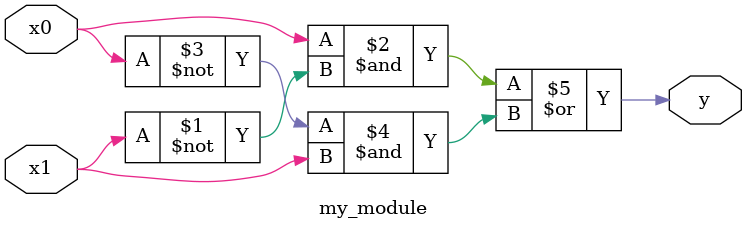
<source format=v>
module my_module (x1, x0, y);
	input x1, x0;
	output	y;
	assign y = (x0 & ~x1) | (~x0 & x1);
endmodule


</source>
